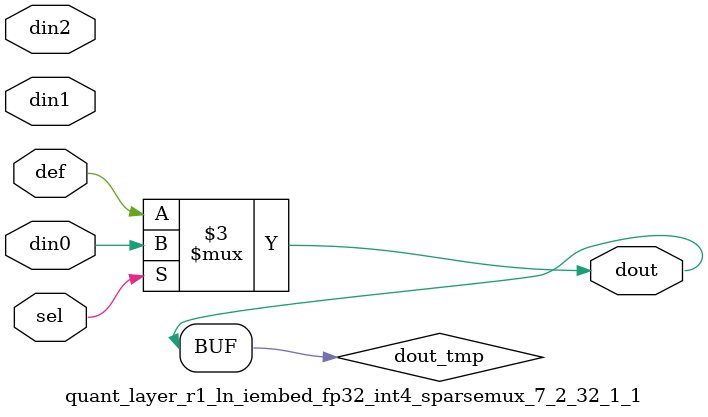
<source format=v>
`timescale 1 ns / 1 ps
module quant_layer_r1_ln_iembed_fp32_int4_sparsemux_7_2_32_1_1 (din0,din1,din2,def,sel,dout);
parameter din0_WIDTH = 1;
parameter din1_WIDTH = 1;
parameter din2_WIDTH = 1;
parameter def_WIDTH = 1;
parameter sel_WIDTH = 1;
parameter dout_WIDTH = 1;
parameter [sel_WIDTH-1:0] CASE0 = 1;
parameter [sel_WIDTH-1:0] CASE1 = 1;
parameter [sel_WIDTH-1:0] CASE2 = 1;
parameter ID = 1;
parameter NUM_STAGE = 1;
input [din0_WIDTH-1:0] din0;
input [din1_WIDTH-1:0] din1;
input [din2_WIDTH-1:0] din2;
input [def_WIDTH-1:0] def;
input [sel_WIDTH-1:0] sel;
output [dout_WIDTH-1:0] dout;
reg [dout_WIDTH-1:0] dout_tmp;
always @ (*) begin
(* parallel_case *) case (sel)
    
    CASE0 : dout_tmp = din0;
    
    CASE1 : dout_tmp = din1;
    
    CASE2 : dout_tmp = din2;
    
    default : dout_tmp = def;
endcase
end
assign dout = dout_tmp;
endmodule
</source>
